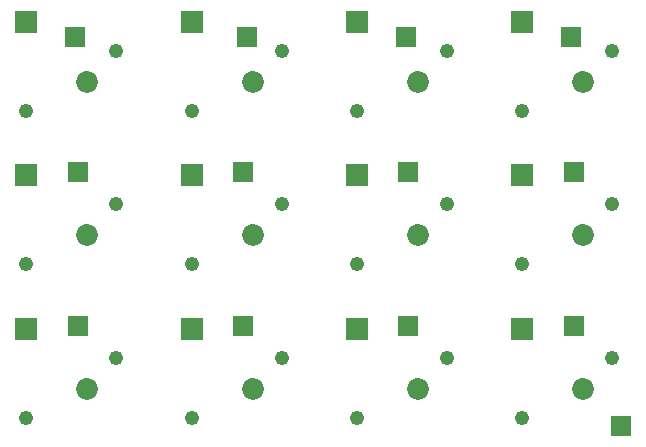
<source format=gbr>
%TF.GenerationSoftware,KiCad,Pcbnew,(5.1.10)-1*%
%TF.CreationDate,2021-11-08T13:26:20-08:00*%
%TF.ProjectId,button_grid,62757474-6f6e-45f6-9772-69642e6b6963,rev?*%
%TF.SameCoordinates,Original*%
%TF.FileFunction,Soldermask,Bot*%
%TF.FilePolarity,Negative*%
%FSLAX46Y46*%
G04 Gerber Fmt 4.6, Leading zero omitted, Abs format (unit mm)*
G04 Created by KiCad (PCBNEW (5.1.10)-1) date 2021-11-08 13:26:20*
%MOMM*%
%LPD*%
G01*
G04 APERTURE LIST*
%ADD10C,1.220000*%
%ADD11C,1.850000*%
%ADD12R,1.850000X1.850000*%
%ADD13R,1.700000X1.700000*%
G04 APERTURE END LIST*
D10*
%TO.C,S0*%
X122650000Y-80270000D03*
X130270000Y-75190000D03*
D11*
X127810000Y-77810000D03*
D12*
X122650000Y-72730000D03*
%TD*%
%TO.C,S1*%
X136650000Y-72730000D03*
D11*
X141810000Y-77810000D03*
D10*
X144270000Y-75190000D03*
X136650000Y-80270000D03*
%TD*%
%TO.C,S2*%
X150650000Y-80270000D03*
X158270000Y-75190000D03*
D11*
X155810000Y-77810000D03*
D12*
X150650000Y-72730000D03*
%TD*%
%TO.C,S3*%
X164650000Y-72730000D03*
D11*
X169810000Y-77810000D03*
D10*
X172270000Y-75190000D03*
X164650000Y-80270000D03*
%TD*%
%TO.C,S4*%
X122650000Y-93270000D03*
X130270000Y-88190000D03*
D11*
X127810000Y-90810000D03*
D12*
X122650000Y-85730000D03*
%TD*%
%TO.C,S5*%
X136650000Y-85730000D03*
D11*
X141810000Y-90810000D03*
D10*
X144270000Y-88190000D03*
X136650000Y-93270000D03*
%TD*%
%TO.C,S6*%
X150650000Y-93270000D03*
X158270000Y-88190000D03*
D11*
X155810000Y-90810000D03*
D12*
X150650000Y-85730000D03*
%TD*%
%TO.C,S7*%
X164650000Y-85730000D03*
D11*
X169810000Y-90810000D03*
D10*
X172270000Y-88190000D03*
X164650000Y-93270000D03*
%TD*%
%TO.C,S8*%
X122650000Y-106270000D03*
X130270000Y-101190000D03*
D11*
X127810000Y-103810000D03*
D12*
X122650000Y-98730000D03*
%TD*%
%TO.C,S9*%
X136650000Y-98730000D03*
D11*
X141810000Y-103810000D03*
D10*
X144270000Y-101190000D03*
X136650000Y-106270000D03*
%TD*%
%TO.C,S10*%
X150650000Y-106270000D03*
X158270000Y-101190000D03*
D11*
X155810000Y-103810000D03*
D12*
X150650000Y-98730000D03*
%TD*%
%TO.C,S11*%
X164650000Y-98730000D03*
D11*
X169810000Y-103810000D03*
D10*
X172270000Y-101190000D03*
X164650000Y-106270000D03*
%TD*%
D13*
%TO.C,J1*%
X173000000Y-107000000D03*
%TD*%
%TO.C,M0*%
X126800000Y-74000000D03*
%TD*%
%TO.C,M1*%
X141300000Y-74000000D03*
%TD*%
%TO.C,M2*%
X154800000Y-74000000D03*
%TD*%
%TO.C,M3*%
X168800000Y-74000000D03*
%TD*%
%TO.C,M4*%
X127000000Y-85500000D03*
%TD*%
%TO.C,M5*%
X141000000Y-85500000D03*
%TD*%
%TO.C,M6*%
X155000000Y-85500000D03*
%TD*%
%TO.C,M7*%
X169000000Y-85500000D03*
%TD*%
%TO.C,M8*%
X127000000Y-98500000D03*
%TD*%
%TO.C,M9*%
X141000000Y-98500000D03*
%TD*%
%TO.C,M10*%
X155000000Y-98500000D03*
%TD*%
%TO.C,M11*%
X169000000Y-98500000D03*
%TD*%
M02*

</source>
